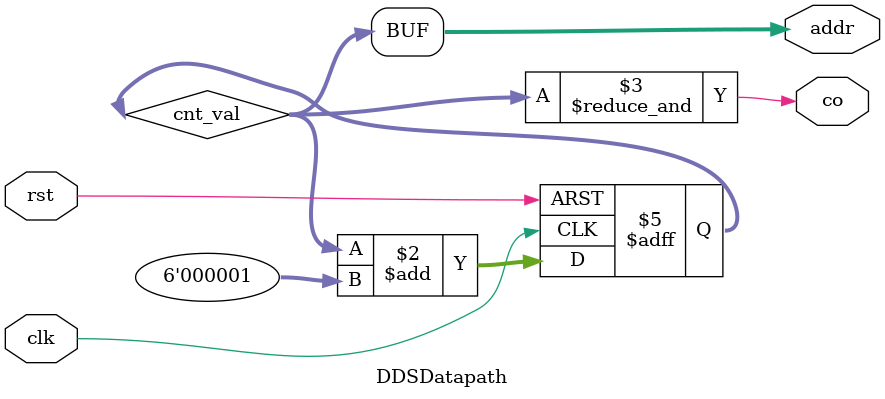
<source format=v>
module DDSDatapath(
	clk, rst,
	co, addr
);
	input clk, rst;

	output co;
	output [5:0] addr;

	reg [5:0] cnt_val = 6'b00_0000;

	always @(posedge clk, posedge rst) begin
		if (rst)
			cnt_val <= 6'b00_0000;
		else
			cnt_val <= cnt_val + 6'b00_0001;
	end

	assign co = &{cnt_val};
	assign addr = cnt_val;
endmodule
</source>
